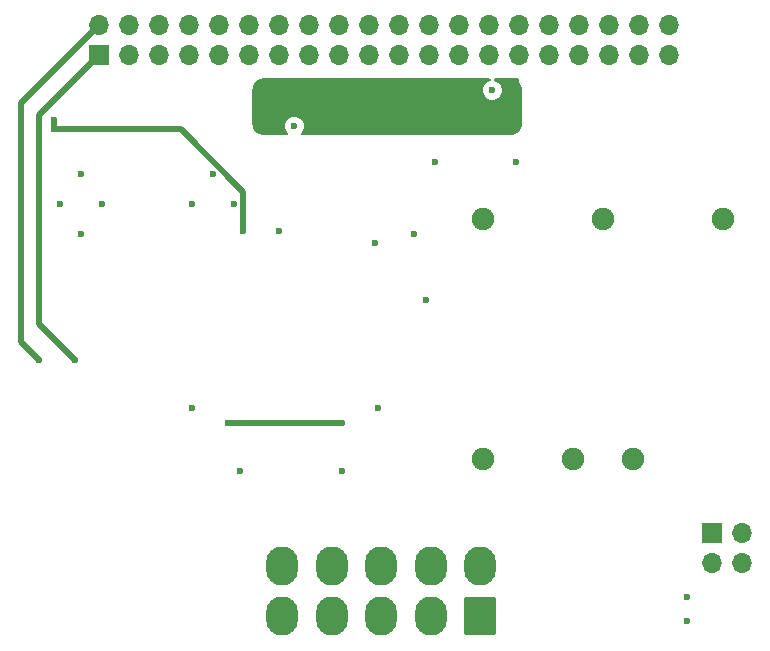
<source format=gbr>
%TF.GenerationSoftware,KiCad,Pcbnew,8.0.3-8.0.3-0~ubuntu23.10.1*%
%TF.CreationDate,2024-09-16T17:13:33+03:00*%
%TF.ProjectId,Raspberry Pi 5 shield,52617370-6265-4727-9279-205069203520,rev?*%
%TF.SameCoordinates,Original*%
%TF.FileFunction,Copper,L2,Inr*%
%TF.FilePolarity,Positive*%
%FSLAX46Y46*%
G04 Gerber Fmt 4.6, Leading zero omitted, Abs format (unit mm)*
G04 Created by KiCad (PCBNEW 8.0.3-8.0.3-0~ubuntu23.10.1) date 2024-09-16 17:13:33*
%MOMM*%
%LPD*%
G01*
G04 APERTURE LIST*
G04 Aperture macros list*
%AMRoundRect*
0 Rectangle with rounded corners*
0 $1 Rounding radius*
0 $2 $3 $4 $5 $6 $7 $8 $9 X,Y pos of 4 corners*
0 Add a 4 corners polygon primitive as box body*
4,1,4,$2,$3,$4,$5,$6,$7,$8,$9,$2,$3,0*
0 Add four circle primitives for the rounded corners*
1,1,$1+$1,$2,$3*
1,1,$1+$1,$4,$5*
1,1,$1+$1,$6,$7*
1,1,$1+$1,$8,$9*
0 Add four rect primitives between the rounded corners*
20,1,$1+$1,$2,$3,$4,$5,0*
20,1,$1+$1,$4,$5,$6,$7,0*
20,1,$1+$1,$6,$7,$8,$9,0*
20,1,$1+$1,$8,$9,$2,$3,0*%
G04 Aperture macros list end*
%TA.AperFunction,ComponentPad*%
%ADD10C,1.900000*%
%TD*%
%TA.AperFunction,ComponentPad*%
%ADD11RoundRect,0.250001X1.099999X1.399999X-1.099999X1.399999X-1.099999X-1.399999X1.099999X-1.399999X0*%
%TD*%
%TA.AperFunction,ComponentPad*%
%ADD12O,2.700000X3.300000*%
%TD*%
%TA.AperFunction,ComponentPad*%
%ADD13R,1.700000X1.700000*%
%TD*%
%TA.AperFunction,ComponentPad*%
%ADD14O,1.700000X1.700000*%
%TD*%
%TA.AperFunction,ViaPad*%
%ADD15C,0.600000*%
%TD*%
%TA.AperFunction,Conductor*%
%ADD16C,0.500000*%
%TD*%
G04 APERTURE END LIST*
D10*
%TO.N,+24V*%
%TO.C,PS1*%
X157734000Y-104976000D03*
%TO.N,GNDPWR*%
X152654000Y-104976000D03*
%TO.N,+5V*%
X165354000Y-84656000D03*
%TO.N,Net-(PS1-TRIM)*%
X155194000Y-84656000D03*
%TO.N,GND*%
X145034000Y-84656000D03*
%TO.N,unconnected-(PS1-R.C.-Pad6)*%
X145034000Y-104976000D03*
%TD*%
D11*
%TO.N,+24V*%
%TO.C,J3*%
X144780000Y-118291000D03*
D12*
%TO.N,unconnected-(J3-Pin_2-Pad2)*%
X140598000Y-118291000D03*
%TO.N,unconnected-(J3-Pin_3-Pad3)*%
X136398000Y-118291000D03*
%TO.N,unconnected-(J3-Pin_4-Pad4)*%
X132207000Y-118291000D03*
%TO.N,unconnected-(J3-Pin_5-Pad5)*%
X127998000Y-118291000D03*
%TO.N,GNDPWR*%
X144780000Y-114091000D03*
%TO.N,unconnected-(J3-Pin_7-Pad7)*%
X140598000Y-114091000D03*
%TO.N,CANH*%
X136398000Y-114091000D03*
%TO.N,CANL*%
X132207000Y-114091000D03*
%TO.N,GND_CAN*%
X127998000Y-114091000D03*
%TD*%
D13*
%TO.N,unconnected-(J2-Pin_1-Pad1)*%
%TO.C,J2*%
X164370000Y-111270000D03*
D14*
%TO.N,unconnected-(J2-Pin_2-Pad2)*%
X166910000Y-111270000D03*
%TO.N,unconnected-(J2-Pin_3-Pad3)*%
X164370000Y-113810000D03*
%TO.N,unconnected-(J2-Pin_4-Pad4)*%
X166910000Y-113810000D03*
%TD*%
D13*
%TO.N,+3.3V*%
%TO.C,J1*%
X112510000Y-70810000D03*
D14*
%TO.N,+5V*%
X112510000Y-68270000D03*
%TO.N,unconnected-(J1-Pin_3-Pad3)*%
X115050000Y-70810000D03*
%TO.N,+5V*%
X115050000Y-68270000D03*
%TO.N,unconnected-(J1-Pin_5-Pad5)*%
X117590000Y-70810000D03*
%TO.N,GND*%
X117590000Y-68270000D03*
%TO.N,unconnected-(J1-Pin_7-Pad7)*%
X120130000Y-70810000D03*
%TO.N,unconnected-(J1-Pin_8-Pad8)*%
X120130000Y-68270000D03*
%TO.N,GND*%
X122670000Y-70810000D03*
%TO.N,unconnected-(J1-Pin_10-Pad10)*%
X122670000Y-68270000D03*
%TO.N,GPIO_17*%
X125210000Y-70810000D03*
%TO.N,GPIO_18*%
X125210000Y-68270000D03*
%TO.N,GPIO_27*%
X127750000Y-70810000D03*
%TO.N,GND*%
X127750000Y-68270000D03*
%TO.N,GPIO_22*%
X130290000Y-70810000D03*
%TO.N,GPIO_23*%
X130290000Y-68270000D03*
%TO.N,+3.3V*%
X132830000Y-70810000D03*
%TO.N,GPIO_24*%
X132830000Y-68270000D03*
%TO.N,SPI_MOSI*%
X135370000Y-70810000D03*
%TO.N,GND*%
X135370000Y-68270000D03*
%TO.N,SPI_MISO*%
X137910000Y-70810000D03*
%TO.N,~{INT}*%
X137910000Y-68270000D03*
%TO.N,SPI_SCLK*%
X140450000Y-70810000D03*
%TO.N,CE0*%
X140450000Y-68270000D03*
%TO.N,GND*%
X142990000Y-70810000D03*
%TO.N,CE1*%
X142990000Y-68270000D03*
%TO.N,unconnected-(J1-Pin_27-Pad27)*%
X145530000Y-70810000D03*
%TO.N,unconnected-(J1-Pin_28-Pad28)*%
X145530000Y-68270000D03*
%TO.N,GPIO_5*%
X148070000Y-70810000D03*
%TO.N,GND*%
X148070000Y-68270000D03*
%TO.N,GPIO_6*%
X150610000Y-70810000D03*
%TO.N,GPIO_12*%
X150610000Y-68270000D03*
%TO.N,GPIO_13*%
X153150000Y-70810000D03*
%TO.N,GND*%
X153150000Y-68270000D03*
%TO.N,GPIO_19*%
X155690000Y-70810000D03*
%TO.N,GPIO_16*%
X155690000Y-68270000D03*
%TO.N,GPIO_26*%
X158230000Y-70810000D03*
%TO.N,GPIO_20*%
X158230000Y-68270000D03*
%TO.N,GND*%
X160770000Y-70810000D03*
%TO.N,GPIO_21*%
X160770000Y-68270000D03*
%TD*%
D15*
%TO.N,GNDPWR*%
X162306000Y-116706000D03*
%TO.N,Net-(D1-Visoin)*%
X133096000Y-101974000D03*
X123444000Y-101974000D03*
%TO.N,+5V*%
X124714000Y-85718000D03*
X126238000Y-76320000D03*
X126238000Y-74796000D03*
X108712000Y-76320000D03*
X147828000Y-75304000D03*
X147828000Y-73018000D03*
X147828000Y-76066000D03*
X126238000Y-73272000D03*
X108712000Y-77082000D03*
X147828000Y-73780000D03*
X147828000Y-74542000D03*
X107442000Y-96640000D03*
X147828000Y-76828000D03*
X126238000Y-75558000D03*
X126238000Y-74034000D03*
X126238000Y-77082000D03*
%TO.N,+3.3V*%
X127762000Y-85718000D03*
X145796000Y-73780000D03*
X129032000Y-76828000D03*
X110490000Y-96640000D03*
%TO.N,GND*%
X122174000Y-80892000D03*
X110998000Y-80892000D03*
X139192000Y-85972000D03*
X135890000Y-86734000D03*
X140208000Y-91560000D03*
X123952000Y-83432000D03*
X110998000Y-85972000D03*
X147828000Y-79876000D03*
X112776000Y-83432000D03*
X120396000Y-83432000D03*
X140970000Y-79876000D03*
X109220000Y-83432000D03*
%TO.N,GND_CAN*%
X133096000Y-106038000D03*
X136144000Y-100704000D03*
X120396000Y-100704000D03*
X124460000Y-106038000D03*
%TO.N,+24V*%
X162306000Y-118738000D03*
%TD*%
D16*
%TO.N,Net-(D1-Visoin)*%
X123444000Y-101974000D02*
X133096000Y-101974000D01*
%TO.N,+5V*%
X105918000Y-95116000D02*
X105918000Y-74862000D01*
X124714000Y-82371339D02*
X124714000Y-85718000D01*
X107442000Y-96640000D02*
X105918000Y-95116000D01*
X108712000Y-77082000D02*
X119424661Y-77082000D01*
X108712000Y-76320000D02*
X108712000Y-77082000D01*
X119424661Y-77082000D02*
X124714000Y-82371339D01*
X105918000Y-74862000D02*
X112510000Y-68270000D01*
%TO.N,+3.3V*%
X112510000Y-70810000D02*
X107442000Y-75878000D01*
X107442000Y-75878000D02*
X107442000Y-93592000D01*
X107442000Y-93592000D02*
X110490000Y-96640000D01*
%TD*%
%TA.AperFunction,Conductor*%
%TO.N,+5V*%
G36*
X145613079Y-72783685D02*
G01*
X145658834Y-72836489D01*
X145668778Y-72905647D01*
X145639753Y-72969203D01*
X145586995Y-73005042D01*
X145446476Y-73054211D01*
X145293737Y-73150184D01*
X145166184Y-73277737D01*
X145070211Y-73430476D01*
X145010631Y-73600745D01*
X145010630Y-73600750D01*
X144990435Y-73779996D01*
X144990435Y-73780003D01*
X145010630Y-73959249D01*
X145010631Y-73959254D01*
X145070211Y-74129523D01*
X145166184Y-74282262D01*
X145293738Y-74409816D01*
X145446478Y-74505789D01*
X145616745Y-74565368D01*
X145616750Y-74565369D01*
X145795996Y-74585565D01*
X145796000Y-74585565D01*
X145796004Y-74585565D01*
X145975249Y-74565369D01*
X145975252Y-74565368D01*
X145975255Y-74565368D01*
X146145522Y-74505789D01*
X146298262Y-74409816D01*
X146425816Y-74282262D01*
X146521789Y-74129522D01*
X146581368Y-73959255D01*
X146601565Y-73780000D01*
X146599079Y-73757938D01*
X146581369Y-73600750D01*
X146581368Y-73600745D01*
X146574482Y-73581065D01*
X146521789Y-73430478D01*
X146425816Y-73277738D01*
X146298262Y-73150184D01*
X146145523Y-73054211D01*
X146005005Y-73005042D01*
X145948229Y-72964320D01*
X145922482Y-72899367D01*
X145935938Y-72830806D01*
X145984325Y-72780403D01*
X146045960Y-72764000D01*
X147329907Y-72764000D01*
X147342061Y-72764597D01*
X147518941Y-72782018D01*
X147542769Y-72786757D01*
X147707001Y-72836576D01*
X147729453Y-72845877D01*
X147880798Y-72926772D01*
X147901010Y-72940277D01*
X148033666Y-73049145D01*
X148050854Y-73066333D01*
X148159722Y-73198989D01*
X148173227Y-73219201D01*
X148254121Y-73370543D01*
X148263424Y-73393001D01*
X148313240Y-73557224D01*
X148317982Y-73581065D01*
X148335403Y-73757938D01*
X148336000Y-73770092D01*
X148336000Y-76583907D01*
X148335403Y-76596061D01*
X148317982Y-76772934D01*
X148313240Y-76796775D01*
X148263424Y-76960998D01*
X148254121Y-76983456D01*
X148173227Y-77134798D01*
X148159722Y-77155010D01*
X148050854Y-77287666D01*
X148033666Y-77304854D01*
X147901010Y-77413722D01*
X147880798Y-77427227D01*
X147729456Y-77508121D01*
X147706998Y-77517424D01*
X147542775Y-77567240D01*
X147518934Y-77571982D01*
X147342061Y-77589403D01*
X147329907Y-77590000D01*
X129701440Y-77590000D01*
X129634401Y-77570315D01*
X129588646Y-77517511D01*
X129578702Y-77448353D01*
X129607727Y-77384797D01*
X129613759Y-77378319D01*
X129661816Y-77330262D01*
X129757789Y-77177522D01*
X129817368Y-77007255D01*
X129817369Y-77007249D01*
X129837565Y-76828003D01*
X129837565Y-76827996D01*
X129817369Y-76648750D01*
X129817368Y-76648745D01*
X129757788Y-76478476D01*
X129661815Y-76325737D01*
X129534262Y-76198184D01*
X129381523Y-76102211D01*
X129211254Y-76042631D01*
X129211249Y-76042630D01*
X129032004Y-76022435D01*
X129031996Y-76022435D01*
X128852750Y-76042630D01*
X128852745Y-76042631D01*
X128682476Y-76102211D01*
X128529737Y-76198184D01*
X128402184Y-76325737D01*
X128306211Y-76478476D01*
X128246631Y-76648745D01*
X128246630Y-76648750D01*
X128226435Y-76827996D01*
X128226435Y-76828003D01*
X128246630Y-77007249D01*
X128246631Y-77007254D01*
X128306211Y-77177523D01*
X128402184Y-77330262D01*
X128450241Y-77378319D01*
X128483726Y-77439642D01*
X128478742Y-77509334D01*
X128436870Y-77565267D01*
X128371406Y-77589684D01*
X128362560Y-77590000D01*
X126482093Y-77590000D01*
X126469939Y-77589403D01*
X126293065Y-77571982D01*
X126269224Y-77567240D01*
X126105001Y-77517424D01*
X126082543Y-77508121D01*
X125931201Y-77427227D01*
X125910989Y-77413722D01*
X125778333Y-77304854D01*
X125761145Y-77287666D01*
X125652277Y-77155010D01*
X125638772Y-77134798D01*
X125557877Y-76983453D01*
X125548575Y-76960998D01*
X125508230Y-76827996D01*
X125498757Y-76796769D01*
X125494018Y-76772941D01*
X125476597Y-76596061D01*
X125476000Y-76583907D01*
X125476000Y-73770092D01*
X125476597Y-73757938D01*
X125494018Y-73581056D01*
X125498757Y-73557232D01*
X125548577Y-73392994D01*
X125557875Y-73370549D01*
X125638775Y-73219195D01*
X125652272Y-73198995D01*
X125761149Y-73066328D01*
X125778328Y-73049149D01*
X125910995Y-72940272D01*
X125931195Y-72926775D01*
X126082549Y-72845875D01*
X126104994Y-72836577D01*
X126269232Y-72786757D01*
X126293056Y-72782018D01*
X126469939Y-72764597D01*
X126482093Y-72764000D01*
X145546040Y-72764000D01*
X145613079Y-72783685D01*
G37*
%TD.AperFunction*%
%TD*%
M02*

</source>
